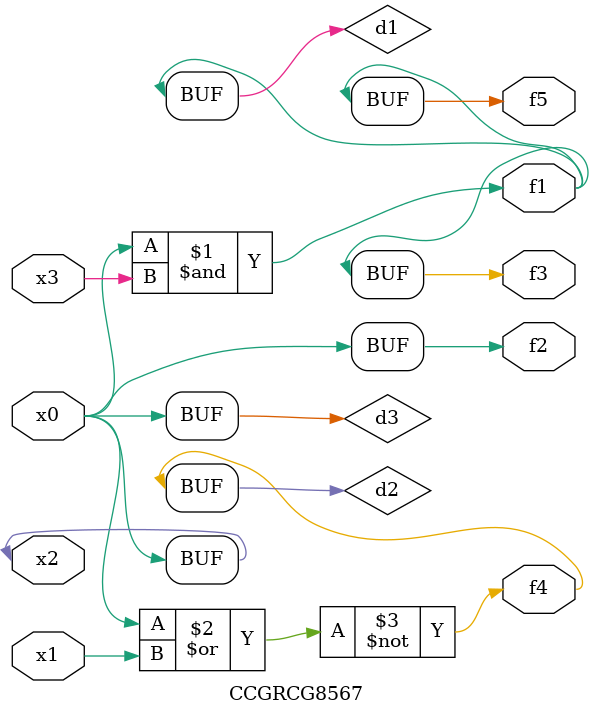
<source format=v>
module CCGRCG8567(
	input x0, x1, x2, x3,
	output f1, f2, f3, f4, f5
);

	wire d1, d2, d3;

	and (d1, x2, x3);
	nor (d2, x0, x1);
	buf (d3, x0, x2);
	assign f1 = d1;
	assign f2 = d3;
	assign f3 = d1;
	assign f4 = d2;
	assign f5 = d1;
endmodule

</source>
